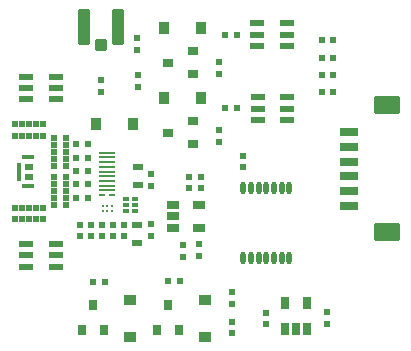
<source format=gtp>
G04*
G04 #@! TF.GenerationSoftware,Altium Limited,Altium Designer,21.6.4 (81)*
G04*
G04 Layer_Color=8421504*
%FSLAX25Y25*%
%MOIN*%
G70*
G04*
G04 #@! TF.SameCoordinates,C1900F0A-900D-499D-9597-BB550FD85569*
G04*
G04*
G04 #@! TF.FilePolarity,Positive*
G04*
G01*
G75*
%ADD14C,0.00906*%
G04:AMPARAMS|DCode=15|XSize=11.81mil|YSize=20.47mil|CornerRadius=0.59mil|HoleSize=0mil|Usage=FLASHONLY|Rotation=90.000|XOffset=0mil|YOffset=0mil|HoleType=Round|Shape=RoundedRectangle|*
%AMROUNDEDRECTD15*
21,1,0.01181,0.01929,0,0,90.0*
21,1,0.01063,0.02047,0,0,90.0*
1,1,0.00118,0.00965,0.00532*
1,1,0.00118,0.00965,-0.00532*
1,1,0.00118,-0.00965,-0.00532*
1,1,0.00118,-0.00965,0.00532*
%
%ADD15ROUNDEDRECTD15*%
G04:AMPARAMS|DCode=16|XSize=11.81mil|YSize=19.29mil|CornerRadius=0.59mil|HoleSize=0mil|Usage=FLASHONLY|Rotation=90.000|XOffset=0mil|YOffset=0mil|HoleType=Round|Shape=RoundedRectangle|*
%AMROUNDEDRECTD16*
21,1,0.01181,0.01811,0,0,90.0*
21,1,0.01063,0.01929,0,0,90.0*
1,1,0.00118,0.00906,0.00532*
1,1,0.00118,0.00906,-0.00532*
1,1,0.00118,-0.00906,-0.00532*
1,1,0.00118,-0.00906,0.00532*
%
%ADD16ROUNDEDRECTD16*%
%ADD17R,0.03937X0.02756*%
%ADD18O,0.01772X0.04134*%
%ADD19R,0.02756X0.03937*%
G04:AMPARAMS|DCode=20|XSize=47.64mil|YSize=22.84mil|CornerRadius=2.85mil|HoleSize=0mil|Usage=FLASHONLY|Rotation=180.000|XOffset=0mil|YOffset=0mil|HoleType=Round|Shape=RoundedRectangle|*
%AMROUNDEDRECTD20*
21,1,0.04764,0.01713,0,0,180.0*
21,1,0.04193,0.02284,0,0,180.0*
1,1,0.00571,-0.02097,0.00856*
1,1,0.00571,0.02097,0.00856*
1,1,0.00571,0.02097,-0.00856*
1,1,0.00571,-0.02097,-0.00856*
%
%ADD20ROUNDEDRECTD20*%
%ADD21R,0.02362X0.01968*%
%ADD22R,0.01968X0.02362*%
%ADD23O,0.02205X0.00709*%
%ADD24O,0.05354X0.00709*%
%ADD25R,0.03543X0.02756*%
%ADD26R,0.02756X0.03543*%
G04:AMPARAMS|DCode=27|XSize=39.37mil|YSize=41.34mil|CornerRadius=3.94mil|HoleSize=0mil|Usage=FLASHONLY|Rotation=0.000|XOffset=0mil|YOffset=0mil|HoleType=Round|Shape=RoundedRectangle|*
%AMROUNDEDRECTD27*
21,1,0.03937,0.03347,0,0,0.0*
21,1,0.03150,0.04134,0,0,0.0*
1,1,0.00787,0.01575,-0.01673*
1,1,0.00787,-0.01575,-0.01673*
1,1,0.00787,-0.01575,0.01673*
1,1,0.00787,0.01575,0.01673*
%
%ADD27ROUNDEDRECTD27*%
G04:AMPARAMS|DCode=28|XSize=40.35mil|YSize=118.11mil|CornerRadius=4.04mil|HoleSize=0mil|Usage=FLASHONLY|Rotation=180.000|XOffset=0mil|YOffset=0mil|HoleType=Round|Shape=RoundedRectangle|*
%AMROUNDEDRECTD28*
21,1,0.04035,0.11004,0,0,180.0*
21,1,0.03228,0.11811,0,0,180.0*
1,1,0.00807,-0.01614,0.05502*
1,1,0.00807,0.01614,0.05502*
1,1,0.00807,0.01614,-0.05502*
1,1,0.00807,-0.01614,-0.05502*
%
%ADD28ROUNDEDRECTD28*%
G04:AMPARAMS|DCode=29|XSize=62.99mil|YSize=86.61mil|CornerRadius=6.3mil|HoleSize=0mil|Usage=FLASHONLY|Rotation=90.000|XOffset=0mil|YOffset=0mil|HoleType=Round|Shape=RoundedRectangle|*
%AMROUNDEDRECTD29*
21,1,0.06299,0.07402,0,0,90.0*
21,1,0.05039,0.08661,0,0,90.0*
1,1,0.01260,0.03701,0.02520*
1,1,0.01260,0.03701,-0.02520*
1,1,0.01260,-0.03701,-0.02520*
1,1,0.01260,-0.03701,0.02520*
%
%ADD29ROUNDEDRECTD29*%
G04:AMPARAMS|DCode=30|XSize=27.56mil|YSize=59.06mil|CornerRadius=2.76mil|HoleSize=0mil|Usage=FLASHONLY|Rotation=90.000|XOffset=0mil|YOffset=0mil|HoleType=Round|Shape=RoundedRectangle|*
%AMROUNDEDRECTD30*
21,1,0.02756,0.05354,0,0,90.0*
21,1,0.02205,0.05906,0,0,90.0*
1,1,0.00551,0.02677,0.01102*
1,1,0.00551,0.02677,-0.01102*
1,1,0.00551,-0.02677,-0.01102*
1,1,0.00551,-0.02677,0.01102*
%
%ADD30ROUNDEDRECTD30*%
%ADD31R,0.03740X0.04134*%
%ADD32R,0.04134X0.03740*%
G04:AMPARAMS|DCode=33|XSize=15.16mil|YSize=37.4mil|CornerRadius=0.38mil|HoleSize=0mil|Usage=FLASHONLY|Rotation=90.000|XOffset=0mil|YOffset=0mil|HoleType=Round|Shape=RoundedRectangle|*
%AMROUNDEDRECTD33*
21,1,0.01516,0.03664,0,0,90.0*
21,1,0.01440,0.03740,0,0,90.0*
1,1,0.00076,0.01832,0.00720*
1,1,0.00076,0.01832,-0.00720*
1,1,0.00076,-0.01832,-0.00720*
1,1,0.00076,-0.01832,0.00720*
%
%ADD33ROUNDEDRECTD33*%
G04:AMPARAMS|DCode=34|XSize=22.05mil|YSize=29.13mil|CornerRadius=0.55mil|HoleSize=0mil|Usage=FLASHONLY|Rotation=90.000|XOffset=0mil|YOffset=0mil|HoleType=Round|Shape=RoundedRectangle|*
%AMROUNDEDRECTD34*
21,1,0.02205,0.02803,0,0,90.0*
21,1,0.02095,0.02913,0,0,90.0*
1,1,0.00110,0.01402,0.01047*
1,1,0.00110,0.01402,-0.01047*
1,1,0.00110,-0.01402,-0.01047*
1,1,0.00110,-0.01402,0.01047*
%
%ADD34ROUNDEDRECTD34*%
G04:AMPARAMS|DCode=35|XSize=61.02mil|YSize=14.76mil|CornerRadius=0.37mil|HoleSize=0mil|Usage=FLASHONLY|Rotation=90.000|XOffset=0mil|YOffset=0mil|HoleType=Round|Shape=RoundedRectangle|*
%AMROUNDEDRECTD35*
21,1,0.06102,0.01403,0,0,90.0*
21,1,0.06029,0.01476,0,0,90.0*
1,1,0.00074,0.00701,0.03014*
1,1,0.00074,0.00701,-0.03014*
1,1,0.00074,-0.00701,-0.03014*
1,1,0.00074,-0.00701,0.03014*
%
%ADD35ROUNDEDRECTD35*%
%ADD36R,0.03543X0.02362*%
D14*
X32284Y46166D02*
D03*
X33859D02*
D03*
X35434D02*
D03*
X32284Y47741D02*
D03*
X33859D02*
D03*
X35434D02*
D03*
D15*
X43111Y46166D02*
D03*
D16*
X43151Y48135D02*
D03*
Y50103D02*
D03*
X40198Y48135D02*
D03*
Y50103D02*
D03*
Y46166D02*
D03*
D17*
X64371Y47938D02*
D03*
Y40458D02*
D03*
X55710Y47938D02*
D03*
Y44198D02*
D03*
Y40458D02*
D03*
D18*
X94588Y30320D02*
D03*
X92028D02*
D03*
X89469D02*
D03*
X86910D02*
D03*
X84351D02*
D03*
X81792D02*
D03*
X79233D02*
D03*
Y53548D02*
D03*
X81792D02*
D03*
X84351D02*
D03*
X86910D02*
D03*
X89469D02*
D03*
X92028D02*
D03*
X94588D02*
D03*
D19*
X93111Y15359D02*
D03*
X100592D02*
D03*
X93111Y6698D02*
D03*
X96851D02*
D03*
X100592D02*
D03*
D20*
X93721Y101088D02*
D03*
Y104828D02*
D03*
Y108568D02*
D03*
X83840Y101088D02*
D03*
Y104828D02*
D03*
Y108568D02*
D03*
X93918Y76383D02*
D03*
Y80123D02*
D03*
Y83863D02*
D03*
X84036Y76383D02*
D03*
Y80123D02*
D03*
Y83863D02*
D03*
X16655Y83174D02*
D03*
Y86914D02*
D03*
Y90654D02*
D03*
X6773Y83174D02*
D03*
Y86914D02*
D03*
Y90654D02*
D03*
X6871Y34946D02*
D03*
Y31206D02*
D03*
Y27466D02*
D03*
X16753Y34946D02*
D03*
Y31206D02*
D03*
Y27466D02*
D03*
D21*
X64371Y30911D02*
D03*
Y34848D02*
D03*
X59056Y34749D02*
D03*
Y30812D02*
D03*
X48328Y58273D02*
D03*
Y54336D02*
D03*
X31792Y85832D02*
D03*
Y89769D02*
D03*
X48328Y37800D02*
D03*
Y41737D02*
D03*
X71261Y95674D02*
D03*
Y91737D02*
D03*
X43899Y99808D02*
D03*
Y103745D02*
D03*
X71261Y72840D02*
D03*
Y68903D02*
D03*
X43997Y87308D02*
D03*
Y91245D02*
D03*
X75395Y5221D02*
D03*
Y9159D02*
D03*
Y19099D02*
D03*
Y15162D02*
D03*
X35729Y41442D02*
D03*
Y37505D02*
D03*
X32088Y41442D02*
D03*
Y37505D02*
D03*
X39371D02*
D03*
Y41442D02*
D03*
X28446Y37505D02*
D03*
Y41442D02*
D03*
X24903Y37505D02*
D03*
Y41442D02*
D03*
X79233Y60536D02*
D03*
Y64473D02*
D03*
X86615Y8174D02*
D03*
Y12111D02*
D03*
X106989Y12210D02*
D03*
Y8273D02*
D03*
X10139Y71084D02*
D03*
Y75021D02*
D03*
X12501Y71084D02*
D03*
Y75021D02*
D03*
X7777Y71084D02*
D03*
Y75021D02*
D03*
X3052Y71068D02*
D03*
Y75005D02*
D03*
X5414Y71084D02*
D03*
Y75021D02*
D03*
X5413Y47151D02*
D03*
Y43214D02*
D03*
X3051Y47151D02*
D03*
Y43214D02*
D03*
X7777Y47151D02*
D03*
Y43214D02*
D03*
X10139Y47151D02*
D03*
Y43214D02*
D03*
X12501Y47151D02*
D03*
Y43214D02*
D03*
D22*
X27379Y54852D02*
D03*
X23442D02*
D03*
X27363Y50399D02*
D03*
X23426D02*
D03*
X27379Y59306D02*
D03*
X23442D02*
D03*
X27363Y68214D02*
D03*
X23426D02*
D03*
X27379Y63760D02*
D03*
X23442D02*
D03*
X54036Y22741D02*
D03*
X57973D02*
D03*
X29036Y22446D02*
D03*
X32973D02*
D03*
X109253Y91376D02*
D03*
X105316D02*
D03*
X109253Y102859D02*
D03*
X105316D02*
D03*
X109253Y85635D02*
D03*
X105316D02*
D03*
X109253Y97118D02*
D03*
X105316D02*
D03*
X64962Y57387D02*
D03*
X61025D02*
D03*
Y53647D02*
D03*
X64962D02*
D03*
X77166Y104828D02*
D03*
X73229D02*
D03*
X77068Y80221D02*
D03*
X73131D02*
D03*
X16044Y61029D02*
D03*
X19981D02*
D03*
X16044Y63391D02*
D03*
X19981D02*
D03*
X16044Y70477D02*
D03*
X19981D02*
D03*
X16044Y65753D02*
D03*
X19981D02*
D03*
X16044Y68115D02*
D03*
X19981D02*
D03*
X16044Y52564D02*
D03*
X19981D02*
D03*
X16044Y47840D02*
D03*
X19981D02*
D03*
X16044Y50203D02*
D03*
X19981D02*
D03*
X16044Y54926D02*
D03*
X19981D02*
D03*
X16044Y57288D02*
D03*
X19981D02*
D03*
D23*
X32182Y51284D02*
D03*
X35340D02*
D03*
D24*
X33761Y62308D02*
D03*
Y60733D02*
D03*
Y59158D02*
D03*
Y57584D02*
D03*
Y56009D02*
D03*
Y54434D02*
D03*
Y52859D02*
D03*
Y63883D02*
D03*
Y65458D02*
D03*
D25*
X54233Y95477D02*
D03*
X62501Y99217D02*
D03*
Y91737D02*
D03*
X54135Y72151D02*
D03*
X62402Y75891D02*
D03*
Y68410D02*
D03*
D26*
X54135Y14670D02*
D03*
X57875Y6403D02*
D03*
X50395D02*
D03*
X29135Y14572D02*
D03*
X32875Y6304D02*
D03*
X25395D02*
D03*
D27*
X31792Y101383D02*
D03*
D28*
X37599Y107387D02*
D03*
X25985D02*
D03*
D29*
X126969Y81201D02*
D03*
Y38878D02*
D03*
D30*
X114272Y72342D02*
D03*
Y67421D02*
D03*
Y62500D02*
D03*
Y57579D02*
D03*
Y52658D02*
D03*
Y47736D02*
D03*
D31*
X65060Y106993D02*
D03*
X52757D02*
D03*
X64962Y83765D02*
D03*
X52658D02*
D03*
X30021Y74906D02*
D03*
X42324D02*
D03*
D32*
X66339Y4139D02*
D03*
Y16442D02*
D03*
X41487Y3991D02*
D03*
Y16294D02*
D03*
D33*
X7462Y54306D02*
D03*
Y63895D02*
D03*
D34*
X7875Y57387D02*
D03*
Y60812D02*
D03*
D35*
X4499Y59099D02*
D03*
D36*
X43957Y60674D02*
D03*
Y54532D02*
D03*
X43899Y41462D02*
D03*
Y35320D02*
D03*
M02*

</source>
